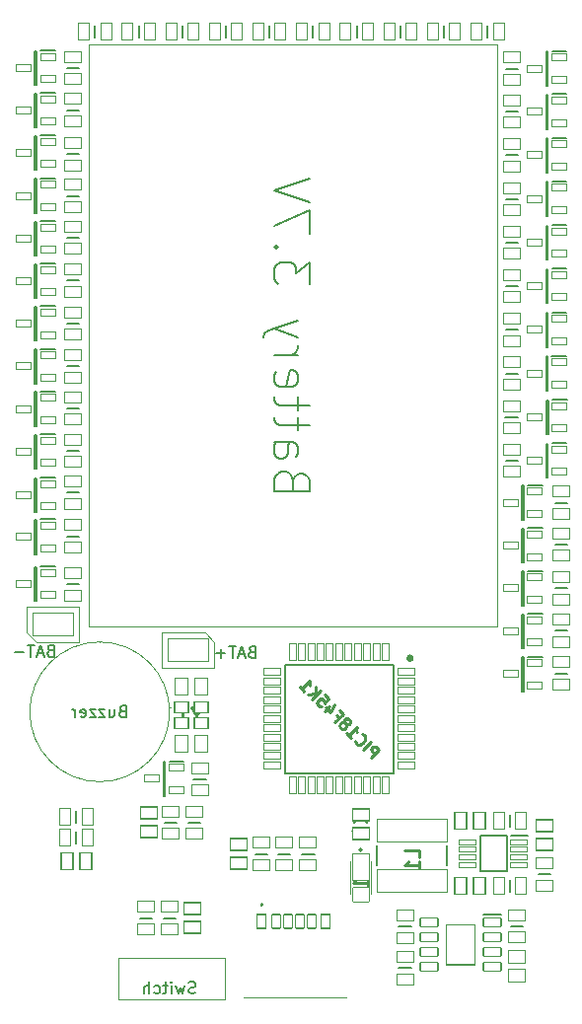
<source format=gbr>
%TF.GenerationSoftware,KiCad,Pcbnew,7.0.1*%
%TF.CreationDate,2023-08-02T19:59:42+02:00*%
%TF.ProjectId,PicBytesMicro,50696342-7974-4657-934d-6963726f2e6b,rev?*%
%TF.SameCoordinates,Original*%
%TF.FileFunction,Legend,Bot*%
%TF.FilePolarity,Positive*%
%FSLAX46Y46*%
G04 Gerber Fmt 4.6, Leading zero omitted, Abs format (unit mm)*
G04 Created by KiCad (PCBNEW 7.0.1) date 2023-08-02 19:59:42*
%MOMM*%
%LPD*%
G01*
G04 APERTURE LIST*
G04 Aperture macros list*
%AMRoundRect*
0 Rectangle with rounded corners*
0 $1 Rounding radius*
0 $2 $3 $4 $5 $6 $7 $8 $9 X,Y pos of 4 corners*
0 Add a 4 corners polygon primitive as box body*
4,1,4,$2,$3,$4,$5,$6,$7,$8,$9,$2,$3,0*
0 Add four circle primitives for the rounded corners*
1,1,$1+$1,$2,$3*
1,1,$1+$1,$4,$5*
1,1,$1+$1,$6,$7*
1,1,$1+$1,$8,$9*
0 Add four rect primitives between the rounded corners*
20,1,$1+$1,$2,$3,$4,$5,0*
20,1,$1+$1,$4,$5,$6,$7,0*
20,1,$1+$1,$6,$7,$8,$9,0*
20,1,$1+$1,$8,$9,$2,$3,0*%
G04 Aperture macros list end*
%ADD10C,0.120000*%
%ADD11C,0.150000*%
%ADD12C,0.250000*%
%ADD13C,0.254000*%
%ADD14C,0.200000*%
%ADD15C,0.100000*%
%ADD16C,2.000000*%
%ADD17C,1.300000*%
%ADD18C,1.650000*%
%ADD19RoundRect,0.050000X0.735000X-0.525000X0.735000X0.525000X-0.735000X0.525000X-0.735000X-0.525000X0*%
%ADD20RoundRect,0.050000X-0.525000X-0.735000X0.525000X-0.735000X0.525000X0.735000X-0.525000X0.735000X0*%
%ADD21RoundRect,0.050000X0.525000X0.735000X-0.525000X0.735000X-0.525000X-0.735000X0.525000X-0.735000X0*%
%ADD22RoundRect,0.050000X-1.750000X1.000000X-1.750000X-1.000000X1.750000X-1.000000X1.750000X1.000000X0*%
%ADD23RoundRect,0.050000X1.750000X-1.000000X1.750000X1.000000X-1.750000X1.000000X-1.750000X-1.000000X0*%
%ADD24RoundRect,0.050000X0.762500X-0.350000X0.762500X0.350000X-0.762500X0.350000X-0.762500X-0.350000X0*%
%ADD25RoundRect,0.050000X1.256500X1.701000X-1.256500X1.701000X-1.256500X-1.701000X1.256500X-1.701000X0*%
%ADD26RoundRect,0.050000X0.350000X0.600000X-0.350000X0.600000X-0.350000X-0.600000X0.350000X-0.600000X0*%
%ADD27RoundRect,0.050000X0.380000X0.600000X-0.380000X0.600000X-0.380000X-0.600000X0.380000X-0.600000X0*%
%ADD28RoundRect,0.050000X0.400000X0.600000X-0.400000X0.600000X-0.400000X-0.600000X0.400000X-0.600000X0*%
%ADD29C,2.100000*%
%ADD30C,1.400000*%
%ADD31RoundRect,0.050000X0.737500X-0.300000X0.737500X0.300000X-0.737500X0.300000X-0.737500X-0.300000X0*%
%ADD32RoundRect,0.050000X0.300000X0.737500X-0.300000X0.737500X-0.300000X-0.737500X0.300000X-0.737500X0*%
%ADD33RoundRect,0.050000X0.625000X-0.300000X0.625000X0.300000X-0.625000X0.300000X-0.625000X-0.300000X0*%
%ADD34RoundRect,0.050000X0.700000X-0.500000X0.700000X0.500000X-0.700000X0.500000X-0.700000X-0.500000X0*%
%ADD35RoundRect,0.050000X-0.700000X0.500000X-0.700000X-0.500000X0.700000X-0.500000X0.700000X0.500000X0*%
%ADD36RoundRect,0.050000X0.500000X0.700000X-0.500000X0.700000X-0.500000X-0.700000X0.500000X-0.700000X0*%
%ADD37RoundRect,0.050000X-0.500000X-0.700000X0.500000X-0.700000X0.500000X0.700000X-0.500000X0.700000X0*%
%ADD38RoundRect,0.050000X3.000000X-1.005000X3.000000X1.005000X-3.000000X1.005000X-3.000000X-1.005000X0*%
%ADD39RoundRect,0.050000X-0.735000X0.510000X-0.735000X-0.510000X0.735000X-0.510000X0.735000X0.510000X0*%
%ADD40RoundRect,0.050000X-0.500000X-0.725000X0.500000X-0.725000X0.500000X0.725000X-0.500000X0.725000X0*%
%ADD41RoundRect,0.050000X0.725000X-0.500000X0.725000X0.500000X-0.725000X0.500000X-0.725000X-0.500000X0*%
%ADD42RoundRect,0.050000X0.735000X-0.510000X0.735000X0.510000X-0.735000X0.510000X-0.735000X-0.510000X0*%
%ADD43RoundRect,0.050000X0.500000X0.725000X-0.500000X0.725000X-0.500000X-0.725000X0.500000X-0.725000X0*%
%ADD44RoundRect,0.050000X0.510000X0.735000X-0.510000X0.735000X-0.510000X-0.735000X0.510000X-0.735000X0*%
%ADD45RoundRect,0.050000X-0.725000X0.500000X-0.725000X-0.500000X0.725000X-0.500000X0.725000X0.500000X0*%
%ADD46RoundRect,0.050000X0.700000X-0.225000X0.700000X0.225000X-0.700000X0.225000X-0.700000X-0.225000X0*%
%ADD47RoundRect,0.050000X0.700000X1.150000X-0.700000X1.150000X-0.700000X-1.150000X0.700000X-1.150000X0*%
%ADD48RoundRect,0.050000X-0.700000X0.625000X-0.700000X-0.625000X0.700000X-0.625000X0.700000X0.625000X0*%
%ADD49RoundRect,0.050000X-0.600000X0.500000X-0.600000X-0.500000X0.600000X-0.500000X0.600000X0.500000X0*%
%ADD50RoundRect,0.050000X-0.510000X-0.735000X0.510000X-0.735000X0.510000X0.735000X-0.510000X0.735000X0*%
G04 APERTURE END LIST*
D10*
X154700000Y-48600000D02*
X154700000Y-98600000D01*
X154700000Y-98600000D02*
X119700000Y-98600000D01*
X119700000Y-48600000D02*
X119700000Y-98600000D01*
X154700000Y-48600000D02*
X119700000Y-48600000D01*
D11*
X137183571Y-86014286D02*
X137040714Y-85585714D01*
X137040714Y-85585714D02*
X136897857Y-85442857D01*
X136897857Y-85442857D02*
X136612142Y-85300000D01*
X136612142Y-85300000D02*
X136183571Y-85300000D01*
X136183571Y-85300000D02*
X135897857Y-85442857D01*
X135897857Y-85442857D02*
X135755000Y-85585714D01*
X135755000Y-85585714D02*
X135612142Y-85871429D01*
X135612142Y-85871429D02*
X135612142Y-87014286D01*
X135612142Y-87014286D02*
X138612142Y-87014286D01*
X138612142Y-87014286D02*
X138612142Y-86014286D01*
X138612142Y-86014286D02*
X138469285Y-85728572D01*
X138469285Y-85728572D02*
X138326428Y-85585714D01*
X138326428Y-85585714D02*
X138040714Y-85442857D01*
X138040714Y-85442857D02*
X137755000Y-85442857D01*
X137755000Y-85442857D02*
X137469285Y-85585714D01*
X137469285Y-85585714D02*
X137326428Y-85728572D01*
X137326428Y-85728572D02*
X137183571Y-86014286D01*
X137183571Y-86014286D02*
X137183571Y-87014286D01*
X135612142Y-82728572D02*
X137183571Y-82728572D01*
X137183571Y-82728572D02*
X137469285Y-82871429D01*
X137469285Y-82871429D02*
X137612142Y-83157143D01*
X137612142Y-83157143D02*
X137612142Y-83728572D01*
X137612142Y-83728572D02*
X137469285Y-84014286D01*
X135755000Y-82728572D02*
X135612142Y-83014286D01*
X135612142Y-83014286D02*
X135612142Y-83728572D01*
X135612142Y-83728572D02*
X135755000Y-84014286D01*
X135755000Y-84014286D02*
X136040714Y-84157143D01*
X136040714Y-84157143D02*
X136326428Y-84157143D01*
X136326428Y-84157143D02*
X136612142Y-84014286D01*
X136612142Y-84014286D02*
X136755000Y-83728572D01*
X136755000Y-83728572D02*
X136755000Y-83014286D01*
X136755000Y-83014286D02*
X136897857Y-82728572D01*
X137612142Y-81728571D02*
X137612142Y-80585714D01*
X138612142Y-81300000D02*
X136040714Y-81300000D01*
X136040714Y-81300000D02*
X135755000Y-81157143D01*
X135755000Y-81157143D02*
X135612142Y-80871428D01*
X135612142Y-80871428D02*
X135612142Y-80585714D01*
X137612142Y-80014285D02*
X137612142Y-78871428D01*
X138612142Y-79585714D02*
X136040714Y-79585714D01*
X136040714Y-79585714D02*
X135755000Y-79442857D01*
X135755000Y-79442857D02*
X135612142Y-79157142D01*
X135612142Y-79157142D02*
X135612142Y-78871428D01*
X135755000Y-76728571D02*
X135612142Y-77014285D01*
X135612142Y-77014285D02*
X135612142Y-77585714D01*
X135612142Y-77585714D02*
X135755000Y-77871428D01*
X135755000Y-77871428D02*
X136040714Y-78014285D01*
X136040714Y-78014285D02*
X137183571Y-78014285D01*
X137183571Y-78014285D02*
X137469285Y-77871428D01*
X137469285Y-77871428D02*
X137612142Y-77585714D01*
X137612142Y-77585714D02*
X137612142Y-77014285D01*
X137612142Y-77014285D02*
X137469285Y-76728571D01*
X137469285Y-76728571D02*
X137183571Y-76585714D01*
X137183571Y-76585714D02*
X136897857Y-76585714D01*
X136897857Y-76585714D02*
X136612142Y-78014285D01*
X135612142Y-75299999D02*
X137612142Y-75299999D01*
X137040714Y-75299999D02*
X137326428Y-75157142D01*
X137326428Y-75157142D02*
X137469285Y-75014285D01*
X137469285Y-75014285D02*
X137612142Y-74728570D01*
X137612142Y-74728570D02*
X137612142Y-74442856D01*
X137612142Y-73728570D02*
X135612142Y-73014284D01*
X137612142Y-72299999D02*
X135612142Y-73014284D01*
X135612142Y-73014284D02*
X134897857Y-73299999D01*
X134897857Y-73299999D02*
X134755000Y-73442856D01*
X134755000Y-73442856D02*
X134612142Y-73728570D01*
X138612142Y-69157142D02*
X138612142Y-67299999D01*
X138612142Y-67299999D02*
X137469285Y-68299999D01*
X137469285Y-68299999D02*
X137469285Y-67871428D01*
X137469285Y-67871428D02*
X137326428Y-67585714D01*
X137326428Y-67585714D02*
X137183571Y-67442856D01*
X137183571Y-67442856D02*
X136897857Y-67299999D01*
X136897857Y-67299999D02*
X136183571Y-67299999D01*
X136183571Y-67299999D02*
X135897857Y-67442856D01*
X135897857Y-67442856D02*
X135755000Y-67585714D01*
X135755000Y-67585714D02*
X135612142Y-67871428D01*
X135612142Y-67871428D02*
X135612142Y-68728571D01*
X135612142Y-68728571D02*
X135755000Y-69014285D01*
X135755000Y-69014285D02*
X135897857Y-69157142D01*
X135897857Y-66014285D02*
X135755000Y-65871428D01*
X135755000Y-65871428D02*
X135612142Y-66014285D01*
X135612142Y-66014285D02*
X135755000Y-66157142D01*
X135755000Y-66157142D02*
X135897857Y-66014285D01*
X135897857Y-66014285D02*
X135612142Y-66014285D01*
X138612142Y-64871428D02*
X138612142Y-62871428D01*
X138612142Y-62871428D02*
X135612142Y-64157142D01*
X138612142Y-62157142D02*
X135612142Y-61157142D01*
X135612142Y-61157142D02*
X138612142Y-60157142D01*
X122528571Y-105838809D02*
X122385714Y-105886428D01*
X122385714Y-105886428D02*
X122338095Y-105934047D01*
X122338095Y-105934047D02*
X122290476Y-106029285D01*
X122290476Y-106029285D02*
X122290476Y-106172142D01*
X122290476Y-106172142D02*
X122338095Y-106267380D01*
X122338095Y-106267380D02*
X122385714Y-106315000D01*
X122385714Y-106315000D02*
X122480952Y-106362619D01*
X122480952Y-106362619D02*
X122861904Y-106362619D01*
X122861904Y-106362619D02*
X122861904Y-105362619D01*
X122861904Y-105362619D02*
X122528571Y-105362619D01*
X122528571Y-105362619D02*
X122433333Y-105410238D01*
X122433333Y-105410238D02*
X122385714Y-105457857D01*
X122385714Y-105457857D02*
X122338095Y-105553095D01*
X122338095Y-105553095D02*
X122338095Y-105648333D01*
X122338095Y-105648333D02*
X122385714Y-105743571D01*
X122385714Y-105743571D02*
X122433333Y-105791190D01*
X122433333Y-105791190D02*
X122528571Y-105838809D01*
X122528571Y-105838809D02*
X122861904Y-105838809D01*
X121433333Y-105695952D02*
X121433333Y-106362619D01*
X121861904Y-105695952D02*
X121861904Y-106219761D01*
X121861904Y-106219761D02*
X121814285Y-106315000D01*
X121814285Y-106315000D02*
X121719047Y-106362619D01*
X121719047Y-106362619D02*
X121576190Y-106362619D01*
X121576190Y-106362619D02*
X121480952Y-106315000D01*
X121480952Y-106315000D02*
X121433333Y-106267380D01*
X121052380Y-105695952D02*
X120528571Y-105695952D01*
X120528571Y-105695952D02*
X121052380Y-106362619D01*
X121052380Y-106362619D02*
X120528571Y-106362619D01*
X120242856Y-105695952D02*
X119719047Y-105695952D01*
X119719047Y-105695952D02*
X120242856Y-106362619D01*
X120242856Y-106362619D02*
X119719047Y-106362619D01*
X118957142Y-106315000D02*
X119052380Y-106362619D01*
X119052380Y-106362619D02*
X119242856Y-106362619D01*
X119242856Y-106362619D02*
X119338094Y-106315000D01*
X119338094Y-106315000D02*
X119385713Y-106219761D01*
X119385713Y-106219761D02*
X119385713Y-105838809D01*
X119385713Y-105838809D02*
X119338094Y-105743571D01*
X119338094Y-105743571D02*
X119242856Y-105695952D01*
X119242856Y-105695952D02*
X119052380Y-105695952D01*
X119052380Y-105695952D02*
X118957142Y-105743571D01*
X118957142Y-105743571D02*
X118909523Y-105838809D01*
X118909523Y-105838809D02*
X118909523Y-105934047D01*
X118909523Y-105934047D02*
X119385713Y-106029285D01*
X118480951Y-106362619D02*
X118480951Y-105695952D01*
X118480951Y-105886428D02*
X118433332Y-105791190D01*
X118433332Y-105791190D02*
X118385713Y-105743571D01*
X118385713Y-105743571D02*
X118290475Y-105695952D01*
X118290475Y-105695952D02*
X118195237Y-105695952D01*
X116357142Y-100638809D02*
X116214285Y-100686428D01*
X116214285Y-100686428D02*
X116166666Y-100734047D01*
X116166666Y-100734047D02*
X116119047Y-100829285D01*
X116119047Y-100829285D02*
X116119047Y-100972142D01*
X116119047Y-100972142D02*
X116166666Y-101067380D01*
X116166666Y-101067380D02*
X116214285Y-101115000D01*
X116214285Y-101115000D02*
X116309523Y-101162619D01*
X116309523Y-101162619D02*
X116690475Y-101162619D01*
X116690475Y-101162619D02*
X116690475Y-100162619D01*
X116690475Y-100162619D02*
X116357142Y-100162619D01*
X116357142Y-100162619D02*
X116261904Y-100210238D01*
X116261904Y-100210238D02*
X116214285Y-100257857D01*
X116214285Y-100257857D02*
X116166666Y-100353095D01*
X116166666Y-100353095D02*
X116166666Y-100448333D01*
X116166666Y-100448333D02*
X116214285Y-100543571D01*
X116214285Y-100543571D02*
X116261904Y-100591190D01*
X116261904Y-100591190D02*
X116357142Y-100638809D01*
X116357142Y-100638809D02*
X116690475Y-100638809D01*
X115738094Y-100876904D02*
X115261904Y-100876904D01*
X115833332Y-101162619D02*
X115499999Y-100162619D01*
X115499999Y-100162619D02*
X115166666Y-101162619D01*
X114976189Y-100162619D02*
X114404761Y-100162619D01*
X114690475Y-101162619D02*
X114690475Y-100162619D01*
X114071427Y-100781666D02*
X113309523Y-100781666D01*
X133657142Y-100738809D02*
X133514285Y-100786428D01*
X133514285Y-100786428D02*
X133466666Y-100834047D01*
X133466666Y-100834047D02*
X133419047Y-100929285D01*
X133419047Y-100929285D02*
X133419047Y-101072142D01*
X133419047Y-101072142D02*
X133466666Y-101167380D01*
X133466666Y-101167380D02*
X133514285Y-101215000D01*
X133514285Y-101215000D02*
X133609523Y-101262619D01*
X133609523Y-101262619D02*
X133990475Y-101262619D01*
X133990475Y-101262619D02*
X133990475Y-100262619D01*
X133990475Y-100262619D02*
X133657142Y-100262619D01*
X133657142Y-100262619D02*
X133561904Y-100310238D01*
X133561904Y-100310238D02*
X133514285Y-100357857D01*
X133514285Y-100357857D02*
X133466666Y-100453095D01*
X133466666Y-100453095D02*
X133466666Y-100548333D01*
X133466666Y-100548333D02*
X133514285Y-100643571D01*
X133514285Y-100643571D02*
X133561904Y-100691190D01*
X133561904Y-100691190D02*
X133657142Y-100738809D01*
X133657142Y-100738809D02*
X133990475Y-100738809D01*
X133038094Y-100976904D02*
X132561904Y-100976904D01*
X133133332Y-101262619D02*
X132799999Y-100262619D01*
X132799999Y-100262619D02*
X132466666Y-101262619D01*
X132276189Y-100262619D02*
X131704761Y-100262619D01*
X131990475Y-101262619D02*
X131990475Y-100262619D01*
X131371427Y-100881666D02*
X130609523Y-100881666D01*
X130990475Y-101262619D02*
X130990475Y-100500714D01*
X128814285Y-130015000D02*
X128671428Y-130062619D01*
X128671428Y-130062619D02*
X128433333Y-130062619D01*
X128433333Y-130062619D02*
X128338095Y-130015000D01*
X128338095Y-130015000D02*
X128290476Y-129967380D01*
X128290476Y-129967380D02*
X128242857Y-129872142D01*
X128242857Y-129872142D02*
X128242857Y-129776904D01*
X128242857Y-129776904D02*
X128290476Y-129681666D01*
X128290476Y-129681666D02*
X128338095Y-129634047D01*
X128338095Y-129634047D02*
X128433333Y-129586428D01*
X128433333Y-129586428D02*
X128623809Y-129538809D01*
X128623809Y-129538809D02*
X128719047Y-129491190D01*
X128719047Y-129491190D02*
X128766666Y-129443571D01*
X128766666Y-129443571D02*
X128814285Y-129348333D01*
X128814285Y-129348333D02*
X128814285Y-129253095D01*
X128814285Y-129253095D02*
X128766666Y-129157857D01*
X128766666Y-129157857D02*
X128719047Y-129110238D01*
X128719047Y-129110238D02*
X128623809Y-129062619D01*
X128623809Y-129062619D02*
X128385714Y-129062619D01*
X128385714Y-129062619D02*
X128242857Y-129110238D01*
X127909523Y-129395952D02*
X127719047Y-130062619D01*
X127719047Y-130062619D02*
X127528571Y-129586428D01*
X127528571Y-129586428D02*
X127338095Y-130062619D01*
X127338095Y-130062619D02*
X127147619Y-129395952D01*
X126766666Y-130062619D02*
X126766666Y-129395952D01*
X126766666Y-129062619D02*
X126814285Y-129110238D01*
X126814285Y-129110238D02*
X126766666Y-129157857D01*
X126766666Y-129157857D02*
X126719047Y-129110238D01*
X126719047Y-129110238D02*
X126766666Y-129062619D01*
X126766666Y-129062619D02*
X126766666Y-129157857D01*
X126433333Y-129395952D02*
X126052381Y-129395952D01*
X126290476Y-129062619D02*
X126290476Y-129919761D01*
X126290476Y-129919761D02*
X126242857Y-130015000D01*
X126242857Y-130015000D02*
X126147619Y-130062619D01*
X126147619Y-130062619D02*
X126052381Y-130062619D01*
X125290476Y-130015000D02*
X125385714Y-130062619D01*
X125385714Y-130062619D02*
X125576190Y-130062619D01*
X125576190Y-130062619D02*
X125671428Y-130015000D01*
X125671428Y-130015000D02*
X125719047Y-129967380D01*
X125719047Y-129967380D02*
X125766666Y-129872142D01*
X125766666Y-129872142D02*
X125766666Y-129586428D01*
X125766666Y-129586428D02*
X125719047Y-129491190D01*
X125719047Y-129491190D02*
X125671428Y-129443571D01*
X125671428Y-129443571D02*
X125576190Y-129395952D01*
X125576190Y-129395952D02*
X125385714Y-129395952D01*
X125385714Y-129395952D02*
X125290476Y-129443571D01*
X124861904Y-130062619D02*
X124861904Y-129062619D01*
X124433333Y-130062619D02*
X124433333Y-129538809D01*
X124433333Y-129538809D02*
X124480952Y-129443571D01*
X124480952Y-129443571D02*
X124576190Y-129395952D01*
X124576190Y-129395952D02*
X124719047Y-129395952D01*
X124719047Y-129395952D02*
X124814285Y-129443571D01*
X124814285Y-129443571D02*
X124861904Y-129491190D01*
D12*
%TO.C,PIC18F45K1*%
X143882172Y-109874414D02*
X144589279Y-109167307D01*
X144589279Y-109167307D02*
X144319905Y-108897933D01*
X144319905Y-108897933D02*
X144218889Y-108864261D01*
X144218889Y-108864261D02*
X144151546Y-108864261D01*
X144151546Y-108864261D02*
X144050531Y-108897933D01*
X144050531Y-108897933D02*
X143949515Y-108998949D01*
X143949515Y-108998949D02*
X143915844Y-109099964D01*
X143915844Y-109099964D02*
X143915844Y-109167307D01*
X143915844Y-109167307D02*
X143949515Y-109268323D01*
X143949515Y-109268323D02*
X144218889Y-109537697D01*
X143175065Y-109167307D02*
X143882172Y-108460200D01*
X142501630Y-108359186D02*
X142501630Y-108426529D01*
X142501630Y-108426529D02*
X142568974Y-108561216D01*
X142568974Y-108561216D02*
X142636317Y-108628560D01*
X142636317Y-108628560D02*
X142771004Y-108695903D01*
X142771004Y-108695903D02*
X142905691Y-108695903D01*
X142905691Y-108695903D02*
X143006707Y-108662231D01*
X143006707Y-108662231D02*
X143175065Y-108561216D01*
X143175065Y-108561216D02*
X143276081Y-108460201D01*
X143276081Y-108460201D02*
X143377096Y-108291842D01*
X143377096Y-108291842D02*
X143410768Y-108190827D01*
X143410768Y-108190827D02*
X143410768Y-108056140D01*
X143410768Y-108056140D02*
X143343424Y-107921453D01*
X143343424Y-107921453D02*
X143276081Y-107854109D01*
X143276081Y-107854109D02*
X143141394Y-107786766D01*
X143141394Y-107786766D02*
X143074050Y-107786766D01*
X141760852Y-107753094D02*
X142164913Y-108157155D01*
X141962882Y-107955125D02*
X142669989Y-107248018D01*
X142669989Y-107248018D02*
X142636317Y-107416377D01*
X142636317Y-107416377D02*
X142636317Y-107551064D01*
X142636317Y-107551064D02*
X142669989Y-107652079D01*
X141760852Y-106944972D02*
X141861867Y-106978644D01*
X141861867Y-106978644D02*
X141929211Y-106978644D01*
X141929211Y-106978644D02*
X142030226Y-106944972D01*
X142030226Y-106944972D02*
X142063898Y-106911300D01*
X142063898Y-106911300D02*
X142097569Y-106810285D01*
X142097569Y-106810285D02*
X142097569Y-106742941D01*
X142097569Y-106742941D02*
X142063898Y-106641926D01*
X142063898Y-106641926D02*
X141929211Y-106507239D01*
X141929211Y-106507239D02*
X141828195Y-106473567D01*
X141828195Y-106473567D02*
X141760852Y-106473567D01*
X141760852Y-106473567D02*
X141659837Y-106507239D01*
X141659837Y-106507239D02*
X141626165Y-106540911D01*
X141626165Y-106540911D02*
X141592493Y-106641926D01*
X141592493Y-106641926D02*
X141592493Y-106709270D01*
X141592493Y-106709270D02*
X141626165Y-106810285D01*
X141626165Y-106810285D02*
X141760852Y-106944972D01*
X141760852Y-106944972D02*
X141794524Y-107045987D01*
X141794524Y-107045987D02*
X141794524Y-107113331D01*
X141794524Y-107113331D02*
X141760852Y-107214346D01*
X141760852Y-107214346D02*
X141626165Y-107349033D01*
X141626165Y-107349033D02*
X141525150Y-107382705D01*
X141525150Y-107382705D02*
X141457806Y-107382705D01*
X141457806Y-107382705D02*
X141356791Y-107349033D01*
X141356791Y-107349033D02*
X141222104Y-107214346D01*
X141222104Y-107214346D02*
X141188432Y-107113331D01*
X141188432Y-107113331D02*
X141188432Y-107045987D01*
X141188432Y-107045987D02*
X141222104Y-106944972D01*
X141222104Y-106944972D02*
X141356791Y-106810285D01*
X141356791Y-106810285D02*
X141457806Y-106776613D01*
X141457806Y-106776613D02*
X141525150Y-106776613D01*
X141525150Y-106776613D02*
X141626165Y-106810285D01*
X140919058Y-106170522D02*
X141154760Y-106406224D01*
X140784371Y-106776613D02*
X141491478Y-106069506D01*
X141491478Y-106069506D02*
X141154760Y-105732789D01*
X140346638Y-105396071D02*
X139875234Y-105867476D01*
X140784371Y-105295056D02*
X140447653Y-105968491D01*
X140447653Y-105968491D02*
X140009921Y-105530758D01*
X139875234Y-104453262D02*
X140211951Y-104789980D01*
X140211951Y-104789980D02*
X139908905Y-105160369D01*
X139908905Y-105160369D02*
X139908905Y-105093025D01*
X139908905Y-105093025D02*
X139875234Y-104992010D01*
X139875234Y-104992010D02*
X139706875Y-104823651D01*
X139706875Y-104823651D02*
X139605860Y-104789980D01*
X139605860Y-104789980D02*
X139538516Y-104789980D01*
X139538516Y-104789980D02*
X139437501Y-104823651D01*
X139437501Y-104823651D02*
X139269142Y-104992010D01*
X139269142Y-104992010D02*
X139235470Y-105093025D01*
X139235470Y-105093025D02*
X139235470Y-105160369D01*
X139235470Y-105160369D02*
X139269142Y-105261384D01*
X139269142Y-105261384D02*
X139437501Y-105429743D01*
X139437501Y-105429743D02*
X139538516Y-105463415D01*
X139538516Y-105463415D02*
X139605860Y-105463415D01*
X138831409Y-104823651D02*
X139538516Y-104116545D01*
X138427348Y-104419590D02*
X139134455Y-104318575D01*
X139134455Y-103712484D02*
X139134455Y-104520606D01*
X137753913Y-103746155D02*
X138157974Y-104150216D01*
X137955944Y-103948186D02*
X138663051Y-103241079D01*
X138663051Y-103241079D02*
X138629379Y-103409438D01*
X138629379Y-103409438D02*
X138629379Y-103544125D01*
X138629379Y-103544125D02*
X138663051Y-103645140D01*
D13*
%TO.C,L1*%
X148024526Y-118365333D02*
X148024526Y-117760571D01*
X148024526Y-117760571D02*
X146754526Y-117760571D01*
X148024526Y-119453905D02*
X148024526Y-118728190D01*
X148024526Y-119091047D02*
X146754526Y-119091047D01*
X146754526Y-119091047D02*
X146935954Y-118970095D01*
X146935954Y-118970095D02*
X147056907Y-118849143D01*
X147056907Y-118849143D02*
X147117383Y-118728190D01*
%TO.C,C4*%
X143466573Y-115338333D02*
X143527050Y-115277857D01*
X143527050Y-115277857D02*
X143587526Y-115096428D01*
X143587526Y-115096428D02*
X143587526Y-114975476D01*
X143587526Y-114975476D02*
X143527050Y-114794047D01*
X143527050Y-114794047D02*
X143406097Y-114673095D01*
X143406097Y-114673095D02*
X143285145Y-114612618D01*
X143285145Y-114612618D02*
X143043240Y-114552142D01*
X143043240Y-114552142D02*
X142861811Y-114552142D01*
X142861811Y-114552142D02*
X142619907Y-114612618D01*
X142619907Y-114612618D02*
X142498954Y-114673095D01*
X142498954Y-114673095D02*
X142378002Y-114794047D01*
X142378002Y-114794047D02*
X142317526Y-114975476D01*
X142317526Y-114975476D02*
X142317526Y-115096428D01*
X142317526Y-115096428D02*
X142378002Y-115277857D01*
X142378002Y-115277857D02*
X142438478Y-115338333D01*
X142740859Y-116426904D02*
X143587526Y-116426904D01*
X142257050Y-116124523D02*
X143164192Y-115822142D01*
X143164192Y-115822142D02*
X143164192Y-116608333D01*
%TO.C,D1*%
X143587526Y-118987618D02*
X142317526Y-118987618D01*
X142317526Y-118987618D02*
X142317526Y-119289999D01*
X142317526Y-119289999D02*
X142378002Y-119471428D01*
X142378002Y-119471428D02*
X142498954Y-119592380D01*
X142498954Y-119592380D02*
X142619907Y-119652857D01*
X142619907Y-119652857D02*
X142861811Y-119713333D01*
X142861811Y-119713333D02*
X143043240Y-119713333D01*
X143043240Y-119713333D02*
X143285145Y-119652857D01*
X143285145Y-119652857D02*
X143406097Y-119592380D01*
X143406097Y-119592380D02*
X143527050Y-119471428D01*
X143527050Y-119471428D02*
X143587526Y-119289999D01*
X143587526Y-119289999D02*
X143587526Y-118987618D01*
X143587526Y-120922857D02*
X143587526Y-120197142D01*
X143587526Y-120559999D02*
X142317526Y-120559999D01*
X142317526Y-120559999D02*
X142498954Y-120439047D01*
X142498954Y-120439047D02*
X142619907Y-120318095D01*
X142619907Y-120318095D02*
X142680383Y-120197142D01*
%TO.C,Y1*%
X128854761Y-106182764D02*
X128854761Y-106787526D01*
X129278094Y-105517526D02*
X128854761Y-106182764D01*
X128854761Y-106182764D02*
X128431427Y-105517526D01*
X127342856Y-106787526D02*
X128068571Y-106787526D01*
X127705714Y-106787526D02*
X127705714Y-105517526D01*
X127705714Y-105517526D02*
X127826666Y-105698954D01*
X127826666Y-105698954D02*
X127947618Y-105819907D01*
X127947618Y-105819907D02*
X128068571Y-105880383D01*
D10*
%TO.C,H_Bat+1*%
X129650000Y-99100000D02*
X125950000Y-99100000D01*
X125950000Y-99100000D02*
X125950000Y-102100000D01*
X130450000Y-99900000D02*
X129650000Y-99100000D01*
X130450000Y-102100000D02*
X130450000Y-99900000D01*
X125950000Y-102100000D02*
X130450000Y-102100000D01*
%TO.C,H_Bat-1*%
X115150000Y-99900000D02*
X118850000Y-99900000D01*
X118850000Y-99900000D02*
X118850000Y-96900000D01*
X114350000Y-99100000D02*
X115150000Y-99900000D01*
X114350000Y-96900000D02*
X114350000Y-99100000D01*
X118850000Y-96900000D02*
X114350000Y-96900000D01*
D14*
%TO.C,IC_BMS_TP1*%
X155075000Y-123295000D02*
X153550000Y-123295000D01*
D15*
%TO.C,J_USB_C1*%
X141720000Y-130450000D02*
X132930000Y-130450000D01*
D14*
X134500000Y-122550000D02*
X134500000Y-122550000D01*
X134500000Y-122350000D02*
X134500000Y-122350000D01*
X134500000Y-122350000D02*
G75*
G03*
X134500000Y-122550000I0J-100000D01*
G01*
X134500000Y-122550000D02*
G75*
G03*
X134500000Y-122350000I0J100000D01*
G01*
D15*
%TO.C,LS1*%
X120600000Y-111900000D02*
X120600000Y-111900000D01*
X120600000Y-99900000D02*
X120600000Y-99900000D01*
X120600000Y-99900000D02*
G75*
G03*
X120600000Y-111900000I0J-6000000D01*
G01*
X120600000Y-111900000D02*
G75*
G03*
X120600000Y-99900000I0J6000000D01*
G01*
D14*
%TO.C,PIC18F45K1*%
X145812000Y-111150000D02*
X145812000Y-101850000D01*
X145812000Y-101850000D02*
X136512000Y-101850000D01*
X136512000Y-111150000D02*
X145812000Y-111150000D01*
X136512000Y-101850000D02*
X136512000Y-111150000D01*
D13*
X147437000Y-101300000D02*
G75*
G03*
X147437000Y-101300000I-200000J0D01*
G01*
D14*
%TO.C,Q2*%
X116775000Y-49145000D02*
X115525000Y-49145000D01*
X115175000Y-52110000D02*
X115175000Y-49190000D01*
X115175000Y-49190000D02*
X115025000Y-49190000D01*
X115025000Y-52110000D02*
X115175000Y-52110000D01*
X115025000Y-49190000D02*
X115025000Y-52110000D01*
%TO.C,Q3*%
X116775000Y-82084997D02*
X115525000Y-82084997D01*
X115175000Y-85049997D02*
X115175000Y-82129997D01*
X115175000Y-82129997D02*
X115025000Y-82129997D01*
X115025000Y-85049997D02*
X115175000Y-85049997D01*
X115025000Y-82129997D02*
X115025000Y-85049997D01*
%TO.C,Q4*%
X160675000Y-49195000D02*
X159425000Y-49195000D01*
X159075000Y-52160000D02*
X159075000Y-49240000D01*
X159075000Y-49240000D02*
X158925000Y-49240000D01*
X158925000Y-52160000D02*
X159075000Y-52160000D01*
X158925000Y-49240000D02*
X158925000Y-52160000D01*
%TO.C,Q5*%
X160675000Y-67872776D02*
X159425000Y-67872776D01*
X159075000Y-70837776D02*
X159075000Y-67917776D01*
X159075000Y-67917776D02*
X158925000Y-67917776D01*
X158925000Y-70837776D02*
X159075000Y-70837776D01*
X158925000Y-67917776D02*
X158925000Y-70837776D01*
%TO.C,Q6*%
X116775000Y-52803333D02*
X115525000Y-52803333D01*
X115175000Y-55768333D02*
X115175000Y-52848333D01*
X115175000Y-52848333D02*
X115025000Y-52848333D01*
X115025000Y-55768333D02*
X115175000Y-55768333D01*
X115025000Y-52848333D02*
X115025000Y-55768333D01*
%TO.C,Q7*%
X116775000Y-85793330D02*
X115525000Y-85793330D01*
X115175000Y-88758330D02*
X115175000Y-85838330D01*
X115175000Y-85838330D02*
X115025000Y-85838330D01*
X115025000Y-88758330D02*
X115175000Y-88758330D01*
X115025000Y-85838330D02*
X115025000Y-88758330D01*
%TO.C,Q8*%
X160675000Y-52895000D02*
X159425000Y-52895000D01*
X159075000Y-55860000D02*
X159075000Y-52940000D01*
X159075000Y-52940000D02*
X158925000Y-52940000D01*
X158925000Y-55860000D02*
X159075000Y-55860000D01*
X158925000Y-52940000D02*
X158925000Y-55860000D01*
%TO.C,Q9*%
X160675000Y-71617220D02*
X159425000Y-71617220D01*
X159075000Y-74582220D02*
X159075000Y-71662220D01*
X159075000Y-71662220D02*
X158925000Y-71662220D01*
X158925000Y-74582220D02*
X159075000Y-74582220D01*
X158925000Y-71662220D02*
X158925000Y-74582220D01*
%TO.C,Q10*%
X116775000Y-56446666D02*
X115525000Y-56446666D01*
X115175000Y-59411666D02*
X115175000Y-56491666D01*
X115175000Y-56491666D02*
X115025000Y-56491666D01*
X115025000Y-59411666D02*
X115175000Y-59411666D01*
X115025000Y-56491666D02*
X115025000Y-59411666D01*
%TO.C,Q11*%
X116775000Y-89386663D02*
X115525000Y-89386663D01*
X115175000Y-92351663D02*
X115175000Y-89431663D01*
X115175000Y-89431663D02*
X115025000Y-89431663D01*
X115025000Y-92351663D02*
X115175000Y-92351663D01*
X115025000Y-89431663D02*
X115025000Y-92351663D01*
%TO.C,Q12*%
X116775000Y-63778332D02*
X115525000Y-63778332D01*
X115175000Y-66743332D02*
X115175000Y-63823332D01*
X115175000Y-63823332D02*
X115025000Y-63823332D01*
X115025000Y-66743332D02*
X115175000Y-66743332D01*
X115025000Y-63823332D02*
X115025000Y-66743332D01*
%TO.C,Q13*%
X158600000Y-86456108D02*
X157350000Y-86456108D01*
X157000000Y-89421108D02*
X157000000Y-86501108D01*
X157000000Y-86501108D02*
X156850000Y-86501108D01*
X156850000Y-89421108D02*
X157000000Y-89421108D01*
X156850000Y-86501108D02*
X156850000Y-89421108D01*
%TO.C,Q14*%
X116775000Y-78411664D02*
X115525000Y-78411664D01*
X115175000Y-81376664D02*
X115175000Y-78456664D01*
X115175000Y-78456664D02*
X115025000Y-78456664D01*
X115025000Y-81376664D02*
X115175000Y-81376664D01*
X115025000Y-78456664D02*
X115025000Y-81376664D01*
%TO.C,Q15*%
X158600000Y-101156108D02*
X157350000Y-101156108D01*
X157000000Y-104121108D02*
X157000000Y-101201108D01*
X157000000Y-101201108D02*
X156850000Y-101201108D01*
X156850000Y-104121108D02*
X157000000Y-104121108D01*
X156850000Y-101201108D02*
X156850000Y-104121108D01*
%TO.C,Q16*%
X160675000Y-56639444D02*
X159425000Y-56639444D01*
X159075000Y-59604444D02*
X159075000Y-56684444D01*
X159075000Y-56684444D02*
X158925000Y-56684444D01*
X158925000Y-59604444D02*
X159075000Y-59604444D01*
X158925000Y-56684444D02*
X158925000Y-59604444D01*
%TO.C,Q17*%
X160662500Y-75361664D02*
X159412500Y-75361664D01*
X159062500Y-78326664D02*
X159062500Y-75406664D01*
X159062500Y-75406664D02*
X158912500Y-75406664D01*
X158912500Y-78326664D02*
X159062500Y-78326664D01*
X158912500Y-75406664D02*
X158912500Y-78326664D01*
%TO.C,Q18*%
X116775000Y-60119999D02*
X115525000Y-60119999D01*
X115175000Y-63084999D02*
X115175000Y-60164999D01*
X115175000Y-60164999D02*
X115025000Y-60164999D01*
X115025000Y-63084999D02*
X115175000Y-63084999D01*
X115025000Y-60164999D02*
X115025000Y-63084999D01*
%TO.C,Q19*%
X116775000Y-93416664D02*
X115525000Y-93416664D01*
X115175000Y-96381664D02*
X115175000Y-93461664D01*
X115175000Y-93461664D02*
X115025000Y-93461664D01*
X115025000Y-96381664D02*
X115175000Y-96381664D01*
X115025000Y-93461664D02*
X115025000Y-96381664D01*
%TO.C,Q20*%
X116775000Y-67436665D02*
X115525000Y-67436665D01*
X115175000Y-70401665D02*
X115175000Y-67481665D01*
X115175000Y-67481665D02*
X115025000Y-67481665D01*
X115025000Y-70401665D02*
X115175000Y-70401665D01*
X115025000Y-67481665D02*
X115025000Y-70401665D01*
%TO.C,Q21*%
X158600000Y-90146108D02*
X157350000Y-90146108D01*
X157000000Y-93111108D02*
X157000000Y-90191108D01*
X157000000Y-90191108D02*
X156850000Y-90191108D01*
X156850000Y-93111108D02*
X157000000Y-93111108D01*
X156850000Y-90191108D02*
X156850000Y-93111108D01*
%TO.C,Q22*%
X160675000Y-60383888D02*
X159425000Y-60383888D01*
X159075000Y-63348888D02*
X159075000Y-60428888D01*
X159075000Y-60428888D02*
X158925000Y-60428888D01*
X158925000Y-63348888D02*
X159075000Y-63348888D01*
X158925000Y-60428888D02*
X158925000Y-63348888D01*
%TO.C,Q23*%
X160700000Y-79106108D02*
X159450000Y-79106108D01*
X159100000Y-82071108D02*
X159100000Y-79151108D01*
X159100000Y-79151108D02*
X158950000Y-79151108D01*
X158950000Y-82071108D02*
X159100000Y-82071108D01*
X158950000Y-79151108D02*
X158950000Y-82071108D01*
%TO.C,Q24*%
X116775000Y-71094998D02*
X115525000Y-71094998D01*
X115175000Y-74059998D02*
X115175000Y-71139998D01*
X115175000Y-71139998D02*
X115025000Y-71139998D01*
X115025000Y-74059998D02*
X115175000Y-74059998D01*
X115025000Y-71139998D02*
X115025000Y-74059998D01*
%TO.C,Q25*%
X158600000Y-93806108D02*
X157350000Y-93806108D01*
X157000000Y-96771108D02*
X157000000Y-93851108D01*
X157000000Y-93851108D02*
X156850000Y-93851108D01*
X156850000Y-96771108D02*
X157000000Y-96771108D01*
X156850000Y-93851108D02*
X156850000Y-96771108D01*
%TO.C,Q26*%
X160675000Y-64128332D02*
X159425000Y-64128332D01*
X159075000Y-67093332D02*
X159075000Y-64173332D01*
X159075000Y-64173332D02*
X158925000Y-64173332D01*
X158925000Y-67093332D02*
X159075000Y-67093332D01*
X158925000Y-64173332D02*
X158925000Y-67093332D01*
%TO.C,Q27*%
X160675000Y-82850552D02*
X159425000Y-82850552D01*
X159075000Y-85815552D02*
X159075000Y-82895552D01*
X159075000Y-82895552D02*
X158925000Y-82895552D01*
X158925000Y-85815552D02*
X159075000Y-85815552D01*
X158925000Y-82895552D02*
X158925000Y-85815552D01*
%TO.C,Q28*%
X116775000Y-74753331D02*
X115525000Y-74753331D01*
X115175000Y-77718331D02*
X115175000Y-74798331D01*
X115175000Y-74798331D02*
X115025000Y-74798331D01*
X115025000Y-77718331D02*
X115175000Y-77718331D01*
X115025000Y-74798331D02*
X115025000Y-77718331D01*
%TO.C,Q29*%
X158600000Y-97481108D02*
X157350000Y-97481108D01*
X157000000Y-100446108D02*
X157000000Y-97526108D01*
X157000000Y-97526108D02*
X156850000Y-97526108D01*
X156850000Y-100446108D02*
X157000000Y-100446108D01*
X156850000Y-97526108D02*
X156850000Y-100446108D01*
%TO.C,Q1*%
X127825000Y-110140000D02*
X126575000Y-110140000D01*
X126225000Y-113105000D02*
X126225000Y-110185000D01*
X126225000Y-110185000D02*
X126075000Y-110185000D01*
X126075000Y-113105000D02*
X126225000Y-113105000D01*
X126075000Y-110185000D02*
X126075000Y-113105000D01*
%TO.C,R220_1*%
X156500000Y-50700000D02*
X155450000Y-50700000D01*
%TO.C,R220_2*%
X155450000Y-69377776D02*
X156500000Y-69377776D01*
%TO.C,R220_3*%
X155450000Y-54400000D02*
X156500000Y-54400000D01*
%TO.C,R220_4*%
X156500000Y-73122220D02*
X155450000Y-73122220D01*
%TO.C,R220_5*%
X155450000Y-58144444D02*
X156500000Y-58144444D01*
%TO.C,R220_6*%
X155462500Y-76866664D02*
X156512500Y-76866664D01*
%TO.C,R220_7*%
X155450000Y-61888888D02*
X156500000Y-61888888D01*
%TO.C,R220_8*%
X155425000Y-80611108D02*
X156475000Y-80611108D01*
%TO.C,R220_9*%
X155450000Y-65633332D02*
X156500000Y-65633332D01*
%TO.C,R220_10*%
X155450000Y-84355552D02*
X156500000Y-84355552D01*
%TO.C,R4K7_2*%
X118825000Y-50650000D02*
X117775000Y-50650000D01*
%TO.C,R4K7_3*%
X118825000Y-83489997D02*
X117775000Y-83489997D01*
%TO.C,R4K7_4*%
X120199668Y-46975000D02*
X120199668Y-48025000D01*
%TO.C,R4K7_5*%
X138921888Y-46975000D02*
X138921888Y-48025000D01*
%TO.C,R4K7_6*%
X118825000Y-54253333D02*
X117775000Y-54253333D01*
%TO.C,R4K7_7*%
X118825000Y-87098330D02*
X117775000Y-87098330D01*
%TO.C,R4K7_8*%
X123944112Y-46975000D02*
X123944112Y-48025000D01*
%TO.C,R4K7_9*%
X142666332Y-46975000D02*
X142666332Y-48025000D01*
%TO.C,R4K7_10*%
X118825000Y-58051666D02*
X117775000Y-58051666D01*
%TO.C,R4K7_11*%
X118825000Y-90841663D02*
X117775000Y-90841663D01*
%TO.C,R4K7_12*%
X118825000Y-65233332D02*
X117775000Y-65233332D01*
%TO.C,R4K7_13*%
X160750000Y-87961108D02*
X159700000Y-87961108D01*
%TO.C,R4K7_14*%
X118825000Y-79866664D02*
X117775000Y-79866664D01*
%TO.C,R4K7_15*%
X160750000Y-102611108D02*
X159700000Y-102611108D01*
%TO.C,R4K7_16*%
X127688556Y-46975000D02*
X127688556Y-48025000D01*
%TO.C,R4K7_17*%
X146410776Y-46975000D02*
X146410776Y-48025000D01*
%TO.C,R4K7_18*%
X118825000Y-61624999D02*
X117775000Y-61624999D01*
%TO.C,R4K7_19*%
X118825000Y-94971664D02*
X117775000Y-94971664D01*
%TO.C,R4K7_20*%
X118825000Y-68891665D02*
X117775000Y-68891665D01*
%TO.C,R4K7_21*%
X160750000Y-91551108D02*
X159700000Y-91551108D01*
%TO.C,R4K7_22*%
X131433000Y-46975000D02*
X131433000Y-48025000D01*
%TO.C,R4K7_23*%
X150155220Y-46975000D02*
X150155220Y-48025000D01*
%TO.C,R4K7_24*%
X118825000Y-72599998D02*
X117775000Y-72599998D01*
%TO.C,R4K7_25*%
X160750000Y-95311108D02*
X159700000Y-95311108D01*
%TO.C,R4K7_26*%
X135177444Y-46975000D02*
X135177444Y-48025000D01*
%TO.C,R4K7_27*%
X153899664Y-46975000D02*
X153899664Y-48025000D01*
%TO.C,R4K7_28*%
X118825000Y-76258331D02*
X117775000Y-76258331D01*
%TO.C,R4K7_29*%
X160750000Y-98936108D02*
X159700000Y-98936108D01*
%TO.C,R4K7_1*%
X128675000Y-111695000D02*
X129725000Y-111695000D01*
%TO.C,R_10k_1*%
X139025000Y-118100000D02*
X137975000Y-118100000D01*
%TO.C,R_10K_3*%
X118600000Y-115425000D02*
X118600000Y-114375000D01*
%TO.C,R_10K_7*%
X125095000Y-123600000D02*
X124045000Y-123600000D01*
%TO.C,R_10K_6*%
X126175000Y-115400000D02*
X127225000Y-115400000D01*
%TO.C,R_10K_9*%
X135900000Y-118100000D02*
X136950000Y-118100000D01*
%TO.C,R_1k_1*%
X146275000Y-127900000D02*
X147325000Y-127900000D01*
%TO.C,R_1k_2*%
X147325000Y-124350000D02*
X146275000Y-124350000D01*
%TO.C,R_2k_1*%
X156925000Y-124300000D02*
X155875000Y-124300000D01*
D15*
%TO.C,SW_Toggle1*%
X122225000Y-127050000D02*
X122225000Y-130550000D01*
X122225000Y-130550000D02*
X131375000Y-130550000D01*
X131375000Y-127050000D02*
X122225000Y-127050000D01*
X131375000Y-130550000D02*
X131375000Y-127050000D01*
D14*
%TO.C,L1*%
X144400000Y-119100000D02*
X144400000Y-117400000D01*
X150400000Y-119100000D02*
X150400000Y-117400000D01*
%TO.C,R_10K_2*%
X118600000Y-117225000D02*
X118600000Y-116175000D01*
%TO.C,R_10K_4*%
X127125000Y-123600000D02*
X126075000Y-123600000D01*
%TO.C,R3*%
X155800000Y-120325000D02*
X155800000Y-121375000D01*
%TO.C,R_10K_8*%
X135025000Y-118100000D02*
X133975000Y-118100000D01*
%TO.C,R2*%
X158275000Y-119850000D02*
X159325000Y-119850000D01*
%TO.C,R_10K_5*%
X129230000Y-115400000D02*
X128180000Y-115400000D01*
%TO.C,IC1*%
X157300000Y-116500000D02*
X155900000Y-116500000D01*
X155550000Y-119550000D02*
X155550000Y-116550000D01*
X155550000Y-116550000D02*
X153250000Y-116550000D01*
X153250000Y-119550000D02*
X155550000Y-119550000D01*
X153250000Y-116550000D02*
X153250000Y-119550000D01*
%TO.C,D1*%
X143100000Y-117750000D02*
X143100000Y-117750000D01*
X142900000Y-117750000D02*
X142900000Y-117750000D01*
D15*
X143900000Y-118750000D02*
X143900000Y-121550000D01*
X142100000Y-118750000D02*
X142100000Y-121550000D01*
D14*
X142900000Y-117750000D02*
G75*
G03*
X143100000Y-117750000I100000J0D01*
G01*
X143100000Y-117750000D02*
G75*
G03*
X142900000Y-117750000I-100000J0D01*
G01*
%TO.C,R1*%
X155800000Y-115775000D02*
X155800000Y-114725000D01*
D15*
%TO.C,Y1*%
X126575000Y-105550000D02*
X126575000Y-105550000D01*
X126675000Y-105550000D02*
X126675000Y-105550000D01*
X126675000Y-105550000D02*
G75*
G03*
X126575000Y-105550000I-50000J0D01*
G01*
X126575000Y-105550000D02*
G75*
G03*
X126675000Y-105550000I50000J0D01*
G01*
%TD*%
D16*
%TO.C,J_USB_C1*%
X141570000Y-127850000D03*
X132930000Y-127850000D03*
X132930000Y-124050000D03*
X141570000Y-124050000D03*
%TD*%
D17*
%TO.C,LS1*%
X116800000Y-105900000D03*
X124400000Y-105900000D03*
%TD*%
%TO.C,SW_Toggle1*%
X124275000Y-128050000D03*
X126775000Y-128050000D03*
X129275000Y-128050000D03*
%TD*%
%LPC*%
D18*
%TO.C,ICSP*%
X160310000Y-106135000D03*
X155230000Y-107151000D03*
X155230000Y-105119000D03*
%TD*%
D19*
%TO.C,C_10u_1*%
X156400000Y-128580000D03*
X156400000Y-126900000D03*
%TD*%
D20*
%TO.C,C_22p_1*%
X127610000Y-108650000D03*
X129290000Y-108650000D03*
%TD*%
D21*
%TO.C,C_22p_2*%
X129290000Y-103750000D03*
X127610000Y-103750000D03*
%TD*%
D22*
%TO.C,H_Bat+1*%
X128200000Y-100600000D03*
%TD*%
D23*
%TO.C,H_Bat-1*%
X116600000Y-98400000D03*
%TD*%
D24*
%TO.C,IC_BMS_TP1*%
X154312000Y-123995000D03*
X154312000Y-125265000D03*
X154312000Y-126535000D03*
X154312000Y-127805000D03*
X148888000Y-127805000D03*
X148888000Y-126535000D03*
X148888000Y-125265000D03*
X148888000Y-123995000D03*
D25*
X151600000Y-125900000D03*
%TD*%
D26*
%TO.C,J_USB_C1*%
X137750000Y-123900000D03*
D27*
X135730000Y-123900000D03*
D28*
X134500000Y-123900000D03*
D26*
X136750000Y-123900000D03*
D27*
X138770000Y-123900000D03*
D28*
X140000000Y-123900000D03*
D29*
X141570000Y-127850000D03*
X132930000Y-127850000D03*
X132930000Y-124050000D03*
X141570000Y-124050000D03*
%TD*%
D30*
%TO.C,LS1*%
X116800000Y-105900000D03*
X124400000Y-105900000D03*
%TD*%
D31*
%TO.C,PIC18F45K1*%
X146900000Y-102500000D03*
X146900000Y-103300000D03*
X146900000Y-104100000D03*
X146900000Y-104900000D03*
X146900000Y-105700000D03*
X146900000Y-106500000D03*
X146900000Y-107300000D03*
X146900000Y-108100000D03*
X146900000Y-108900000D03*
X146900000Y-109700000D03*
X146900000Y-110500000D03*
D32*
X145162000Y-112238000D03*
X144362000Y-112238000D03*
X143562000Y-112238000D03*
X142762000Y-112238000D03*
X141962000Y-112238000D03*
X141162000Y-112238000D03*
X140362000Y-112238000D03*
X139562000Y-112238000D03*
X138762000Y-112238000D03*
X137962000Y-112238000D03*
X137162000Y-112238000D03*
D31*
X135424000Y-110500000D03*
X135424000Y-109700000D03*
X135424000Y-108900000D03*
X135424000Y-108100000D03*
X135424000Y-107300000D03*
X135424000Y-106500000D03*
X135424000Y-105700000D03*
X135424000Y-104900000D03*
X135424000Y-104100000D03*
X135424000Y-103300000D03*
X135424000Y-102500000D03*
D32*
X137162000Y-100762000D03*
X137962000Y-100762000D03*
X138762000Y-100762000D03*
X139562000Y-100762000D03*
X140362000Y-100762000D03*
X141162000Y-100762000D03*
X141962000Y-100762000D03*
X142762000Y-100762000D03*
X143562000Y-100762000D03*
X144362000Y-100762000D03*
X145162000Y-100762000D03*
%TD*%
D33*
%TO.C,Q2*%
X116150000Y-49695000D03*
X116150000Y-51605000D03*
X114050000Y-50650000D03*
%TD*%
%TO.C,Q3*%
X116150000Y-82634997D03*
X116150000Y-84544997D03*
X114050000Y-83589997D03*
%TD*%
%TO.C,Q4*%
X160050000Y-49745000D03*
X160050000Y-51655000D03*
X157950000Y-50700000D03*
%TD*%
%TO.C,Q5*%
X160050000Y-68422776D03*
X160050000Y-70332776D03*
X157950000Y-69377776D03*
%TD*%
%TO.C,Q6*%
X116150000Y-53353333D03*
X116150000Y-55263333D03*
X114050000Y-54308333D03*
%TD*%
%TO.C,Q7*%
X116150000Y-86343330D03*
X116150000Y-88253330D03*
X114050000Y-87298330D03*
%TD*%
%TO.C,Q8*%
X160050000Y-53445000D03*
X160050000Y-55355000D03*
X157950000Y-54400000D03*
%TD*%
%TO.C,Q9*%
X160050000Y-72167220D03*
X160050000Y-74077220D03*
X157950000Y-73122220D03*
%TD*%
%TO.C,Q10*%
X116150000Y-56996666D03*
X116150000Y-58906666D03*
X114050000Y-57951666D03*
%TD*%
%TO.C,Q11*%
X116150000Y-89936663D03*
X116150000Y-91846663D03*
X114050000Y-90891663D03*
%TD*%
%TO.C,Q12*%
X116150000Y-64328332D03*
X116150000Y-66238332D03*
X114050000Y-65283332D03*
%TD*%
%TO.C,Q13*%
X157975000Y-87006108D03*
X157975000Y-88916108D03*
X155875000Y-87961108D03*
%TD*%
%TO.C,Q14*%
X116150000Y-78961664D03*
X116150000Y-80871664D03*
X114050000Y-79916664D03*
%TD*%
%TO.C,Q15*%
X157975000Y-101706108D03*
X157975000Y-103616108D03*
X155875000Y-102661108D03*
%TD*%
%TO.C,Q16*%
X160050000Y-57189444D03*
X160050000Y-59099444D03*
X157950000Y-58144444D03*
%TD*%
%TO.C,Q17*%
X160037500Y-75911664D03*
X160037500Y-77821664D03*
X157937500Y-76866664D03*
%TD*%
%TO.C,Q18*%
X116150000Y-60669999D03*
X116150000Y-62579999D03*
X114050000Y-61624999D03*
%TD*%
%TO.C,Q19*%
X116150000Y-93966664D03*
X116150000Y-95876664D03*
X114050000Y-94921664D03*
%TD*%
%TO.C,Q20*%
X116150000Y-67986665D03*
X116150000Y-69896665D03*
X114050000Y-68941665D03*
%TD*%
%TO.C,Q21*%
X157975000Y-90696108D03*
X157975000Y-92606108D03*
X155875000Y-91651108D03*
%TD*%
%TO.C,Q22*%
X160050000Y-60933888D03*
X160050000Y-62843888D03*
X157950000Y-61888888D03*
%TD*%
%TO.C,Q23*%
X160075000Y-79656108D03*
X160075000Y-81566108D03*
X157975000Y-80611108D03*
%TD*%
%TO.C,Q24*%
X116150000Y-71644998D03*
X116150000Y-73554998D03*
X114050000Y-72599998D03*
%TD*%
%TO.C,Q25*%
X157975000Y-94356108D03*
X157975000Y-96266108D03*
X155875000Y-95311108D03*
%TD*%
%TO.C,Q26*%
X160050000Y-64678332D03*
X160050000Y-66588332D03*
X157950000Y-65633332D03*
%TD*%
%TO.C,Q27*%
X160050000Y-83400552D03*
X160050000Y-85310552D03*
X157950000Y-84355552D03*
%TD*%
%TO.C,Q28*%
X116150000Y-75303331D03*
X116150000Y-77213331D03*
X114050000Y-76258331D03*
%TD*%
%TO.C,Q29*%
X157975000Y-98031108D03*
X157975000Y-99941108D03*
X155875000Y-98986108D03*
%TD*%
%TO.C,Q1*%
X127200000Y-110690000D03*
X127200000Y-112600000D03*
X125100000Y-111645000D03*
%TD*%
D34*
%TO.C,R220_1*%
X155975000Y-51650000D03*
X155975000Y-49750000D03*
%TD*%
D35*
%TO.C,R220_2*%
X155975000Y-68427776D03*
X155975000Y-70327776D03*
%TD*%
%TO.C,R220_3*%
X155975000Y-53450000D03*
X155975000Y-55350000D03*
%TD*%
D34*
%TO.C,R220_4*%
X155975000Y-74072220D03*
X155975000Y-72172220D03*
%TD*%
D35*
%TO.C,R220_5*%
X155975000Y-57194444D03*
X155975000Y-59094444D03*
%TD*%
%TO.C,R220_6*%
X155987500Y-75916664D03*
X155987500Y-77816664D03*
%TD*%
%TO.C,R220_7*%
X155975000Y-60938888D03*
X155975000Y-62838888D03*
%TD*%
%TO.C,R220_8*%
X155950000Y-79661108D03*
X155950000Y-81561108D03*
%TD*%
%TO.C,R220_9*%
X155975000Y-64683332D03*
X155975000Y-66583332D03*
%TD*%
%TO.C,R220_10*%
X155975000Y-83405552D03*
X155975000Y-85305552D03*
%TD*%
D34*
%TO.C,R4K7_2*%
X118300000Y-51600000D03*
X118300000Y-49700000D03*
%TD*%
%TO.C,R4K7_3*%
X118300000Y-84439997D03*
X118300000Y-82539997D03*
%TD*%
D36*
%TO.C,R4K7_4*%
X121149668Y-47500000D03*
X119249668Y-47500000D03*
%TD*%
%TO.C,R4K7_5*%
X139871888Y-47500000D03*
X137971888Y-47500000D03*
%TD*%
D34*
%TO.C,R4K7_6*%
X118300000Y-55203333D03*
X118300000Y-53303333D03*
%TD*%
%TO.C,R4K7_7*%
X118300000Y-88048330D03*
X118300000Y-86148330D03*
%TD*%
D36*
%TO.C,R4K7_8*%
X124894112Y-47500000D03*
X122994112Y-47500000D03*
%TD*%
%TO.C,R4K7_9*%
X143616332Y-47500000D03*
X141716332Y-47500000D03*
%TD*%
D34*
%TO.C,R4K7_10*%
X118300000Y-59001666D03*
X118300000Y-57101666D03*
%TD*%
%TO.C,R4K7_11*%
X118300000Y-91791663D03*
X118300000Y-89891663D03*
%TD*%
%TO.C,R4K7_12*%
X118300000Y-66183332D03*
X118300000Y-64283332D03*
%TD*%
%TO.C,R4K7_13*%
X160225000Y-88911108D03*
X160225000Y-87011108D03*
%TD*%
%TO.C,R4K7_14*%
X118300000Y-80816664D03*
X118300000Y-78916664D03*
%TD*%
%TO.C,R4K7_15*%
X160225000Y-103561108D03*
X160225000Y-101661108D03*
%TD*%
D36*
%TO.C,R4K7_16*%
X128638556Y-47500000D03*
X126738556Y-47500000D03*
%TD*%
%TO.C,R4K7_17*%
X147360776Y-47500000D03*
X145460776Y-47500000D03*
%TD*%
D34*
%TO.C,R4K7_18*%
X118300000Y-62574999D03*
X118300000Y-60674999D03*
%TD*%
%TO.C,R4K7_19*%
X118300000Y-95921664D03*
X118300000Y-94021664D03*
%TD*%
%TO.C,R4K7_20*%
X118300000Y-69841665D03*
X118300000Y-67941665D03*
%TD*%
%TO.C,R4K7_21*%
X160225000Y-92501108D03*
X160225000Y-90601108D03*
%TD*%
D36*
%TO.C,R4K7_22*%
X132383000Y-47500000D03*
X130483000Y-47500000D03*
%TD*%
%TO.C,R4K7_23*%
X151105220Y-47500000D03*
X149205220Y-47500000D03*
%TD*%
D34*
%TO.C,R4K7_24*%
X118300000Y-73549998D03*
X118300000Y-71649998D03*
%TD*%
%TO.C,R4K7_25*%
X160225000Y-96261108D03*
X160225000Y-94361108D03*
%TD*%
D36*
%TO.C,R4K7_26*%
X136127444Y-47500000D03*
X134227444Y-47500000D03*
%TD*%
%TO.C,R4K7_27*%
X154849664Y-47500000D03*
X152949664Y-47500000D03*
%TD*%
D34*
%TO.C,R4K7_28*%
X118300000Y-77208331D03*
X118300000Y-75308331D03*
%TD*%
%TO.C,R4K7_29*%
X160225000Y-99886108D03*
X160225000Y-97986108D03*
%TD*%
D35*
%TO.C,R4K7_1*%
X129200000Y-110745000D03*
X129200000Y-112645000D03*
%TD*%
D34*
%TO.C,R_10k_1*%
X138500000Y-119050000D03*
X138500000Y-117150000D03*
%TD*%
D37*
%TO.C,R_10K_3*%
X117650000Y-114900000D03*
X119550000Y-114900000D03*
%TD*%
D34*
%TO.C,R_10K_7*%
X124570000Y-124550000D03*
X124570000Y-122650000D03*
%TD*%
D35*
%TO.C,R_10K_6*%
X126700000Y-114450000D03*
X126700000Y-116350000D03*
%TD*%
%TO.C,R_10K_9*%
X136425000Y-117150000D03*
X136425000Y-119050000D03*
%TD*%
%TO.C,R_1k_1*%
X146800000Y-126950000D03*
X146800000Y-128850000D03*
%TD*%
D34*
%TO.C,R_1k_2*%
X146800000Y-125300000D03*
X146800000Y-123400000D03*
%TD*%
%TO.C,R_2k_1*%
X156400000Y-125250000D03*
X156400000Y-123350000D03*
%TD*%
D30*
%TO.C,SW_Toggle1*%
X124275000Y-128050000D03*
X126775000Y-128050000D03*
X129275000Y-128050000D03*
%TD*%
D38*
%TO.C,L1*%
X147400000Y-120400000D03*
X147400000Y-116100000D03*
%TD*%
D39*
%TO.C,C4*%
X143000000Y-114750000D03*
X143000000Y-116350000D03*
%TD*%
D40*
%TO.C,R_10K_2*%
X117650000Y-116700000D03*
X119550000Y-116700000D03*
%TD*%
D41*
%TO.C,R_10K_4*%
X126600000Y-124550000D03*
X126600000Y-122650000D03*
%TD*%
D42*
%TO.C,C_22p_5*%
X132575000Y-118900000D03*
X132575000Y-117300000D03*
%TD*%
D43*
%TO.C,R3*%
X156750000Y-120850000D03*
X154850000Y-120850000D03*
%TD*%
D41*
%TO.C,R_10K_8*%
X134500000Y-119050000D03*
X134500000Y-117150000D03*
%TD*%
D44*
%TO.C,C2*%
X153200000Y-120850000D03*
X151600000Y-120850000D03*
%TD*%
D45*
%TO.C,R2*%
X158800000Y-118900000D03*
X158800000Y-120800000D03*
%TD*%
D41*
%TO.C,R_10K_5*%
X128705000Y-116350000D03*
X128705000Y-114450000D03*
%TD*%
D39*
%TO.C,C1*%
X158800000Y-115650000D03*
X158800000Y-117250000D03*
%TD*%
D44*
%TO.C,C3*%
X153200000Y-115250000D03*
X151600000Y-115250000D03*
%TD*%
D46*
%TO.C,IC1*%
X156600000Y-117075000D03*
X156600000Y-117725000D03*
X156600000Y-118375000D03*
X156600000Y-119025000D03*
X152200000Y-119025000D03*
X152200000Y-118375000D03*
X152200000Y-117725000D03*
X152200000Y-117075000D03*
%TD*%
D47*
%TO.C,D1*%
X143000000Y-119250000D03*
D48*
X143000000Y-121575000D03*
%TD*%
D40*
%TO.C,R1*%
X154850000Y-115250000D03*
X156750000Y-115250000D03*
%TD*%
D49*
%TO.C,Y1*%
X127625000Y-105550000D03*
X129325000Y-105550000D03*
X129325000Y-106850000D03*
X127625000Y-106850000D03*
%TD*%
D42*
%TO.C,C_22p_4*%
X128570000Y-124400000D03*
X128570000Y-122800000D03*
%TD*%
D39*
%TO.C,C_100F_1*%
X124805000Y-114600000D03*
X124805000Y-116200000D03*
%TD*%
D50*
%TO.C,C_22p_3*%
X117800000Y-118700000D03*
X119400000Y-118700000D03*
%TD*%
M02*

</source>
